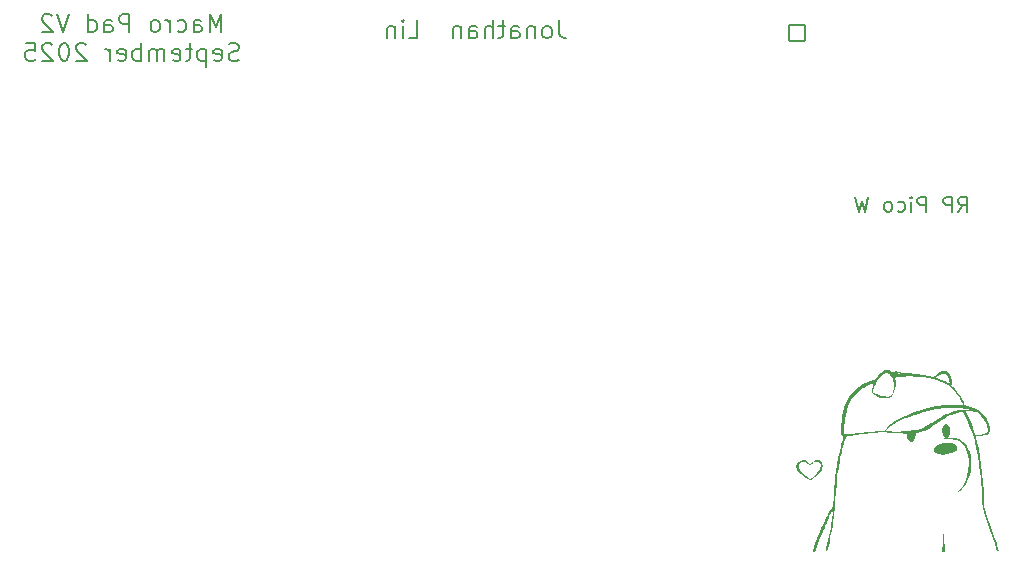
<source format=gbo>
G04 #@! TF.GenerationSoftware,KiCad,Pcbnew,9.0.4*
G04 #@! TF.CreationDate,2025-09-21T01:01:28-07:00*
G04 #@! TF.ProjectId,Macro_Pad,4d616372-6f5f-4506-9164-2e6b69636164,rev?*
G04 #@! TF.SameCoordinates,Original*
G04 #@! TF.FileFunction,Legend,Bot*
G04 #@! TF.FilePolarity,Positive*
%FSLAX46Y46*%
G04 Gerber Fmt 4.6, Leading zero omitted, Abs format (unit mm)*
G04 Created by KiCad (PCBNEW 9.0.4) date 2025-09-21 01:01:28*
%MOMM*%
%LPD*%
G01*
G04 APERTURE LIST*
G04 Aperture macros list*
%AMRoundRect*
0 Rectangle with rounded corners*
0 $1 Rounding radius*
0 $2 $3 $4 $5 $6 $7 $8 $9 X,Y pos of 4 corners*
0 Add a 4 corners polygon primitive as box body*
4,1,4,$2,$3,$4,$5,$6,$7,$8,$9,$2,$3,0*
0 Add four circle primitives for the rounded corners*
1,1,$1+$1,$2,$3*
1,1,$1+$1,$4,$5*
1,1,$1+$1,$6,$7*
1,1,$1+$1,$8,$9*
0 Add four rect primitives between the rounded corners*
20,1,$1+$1,$2,$3,$4,$5,0*
20,1,$1+$1,$4,$5,$6,$7,0*
20,1,$1+$1,$6,$7,$8,$9,0*
20,1,$1+$1,$8,$9,$2,$3,0*%
G04 Aperture macros list end*
%ADD10C,0.156250*%
%ADD11C,0.150000*%
%ADD12C,0.000000*%
%ADD13C,2.200000*%
%ADD14RoundRect,0.102000X-0.695000X0.695000X-0.695000X-0.695000X0.695000X-0.695000X0.695000X0.695000X0*%
%ADD15C,1.594000*%
%ADD16C,1.600000*%
%ADD17RoundRect,0.102000X0.695000X-0.695000X0.695000X0.695000X-0.695000X0.695000X-0.695000X-0.695000X0*%
%ADD18C,1.700000*%
%ADD19C,4.000000*%
%ADD20R,1.800000X1.800000*%
%ADD21C,1.800000*%
G04 APERTURE END LIST*
D10*
X198678571Y-105088898D02*
X199095237Y-104493660D01*
X199392856Y-105088898D02*
X199392856Y-103838898D01*
X199392856Y-103838898D02*
X198916666Y-103838898D01*
X198916666Y-103838898D02*
X198797618Y-103898422D01*
X198797618Y-103898422D02*
X198738095Y-103957946D01*
X198738095Y-103957946D02*
X198678571Y-104076994D01*
X198678571Y-104076994D02*
X198678571Y-104255565D01*
X198678571Y-104255565D02*
X198738095Y-104374613D01*
X198738095Y-104374613D02*
X198797618Y-104434136D01*
X198797618Y-104434136D02*
X198916666Y-104493660D01*
X198916666Y-104493660D02*
X199392856Y-104493660D01*
X198142856Y-105088898D02*
X198142856Y-103838898D01*
X198142856Y-103838898D02*
X197666666Y-103838898D01*
X197666666Y-103838898D02*
X197547618Y-103898422D01*
X197547618Y-103898422D02*
X197488095Y-103957946D01*
X197488095Y-103957946D02*
X197428571Y-104076994D01*
X197428571Y-104076994D02*
X197428571Y-104255565D01*
X197428571Y-104255565D02*
X197488095Y-104374613D01*
X197488095Y-104374613D02*
X197547618Y-104434136D01*
X197547618Y-104434136D02*
X197666666Y-104493660D01*
X197666666Y-104493660D02*
X198142856Y-104493660D01*
X195940475Y-105088898D02*
X195940475Y-103838898D01*
X195940475Y-103838898D02*
X195464285Y-103838898D01*
X195464285Y-103838898D02*
X195345237Y-103898422D01*
X195345237Y-103898422D02*
X195285714Y-103957946D01*
X195285714Y-103957946D02*
X195226190Y-104076994D01*
X195226190Y-104076994D02*
X195226190Y-104255565D01*
X195226190Y-104255565D02*
X195285714Y-104374613D01*
X195285714Y-104374613D02*
X195345237Y-104434136D01*
X195345237Y-104434136D02*
X195464285Y-104493660D01*
X195464285Y-104493660D02*
X195940475Y-104493660D01*
X194690475Y-105088898D02*
X194690475Y-104255565D01*
X194690475Y-103838898D02*
X194749999Y-103898422D01*
X194749999Y-103898422D02*
X194690475Y-103957946D01*
X194690475Y-103957946D02*
X194630952Y-103898422D01*
X194630952Y-103898422D02*
X194690475Y-103838898D01*
X194690475Y-103838898D02*
X194690475Y-103957946D01*
X193559523Y-105029375D02*
X193678571Y-105088898D01*
X193678571Y-105088898D02*
X193916666Y-105088898D01*
X193916666Y-105088898D02*
X194035714Y-105029375D01*
X194035714Y-105029375D02*
X194095237Y-104969851D01*
X194095237Y-104969851D02*
X194154761Y-104850803D01*
X194154761Y-104850803D02*
X194154761Y-104493660D01*
X194154761Y-104493660D02*
X194095237Y-104374613D01*
X194095237Y-104374613D02*
X194035714Y-104315089D01*
X194035714Y-104315089D02*
X193916666Y-104255565D01*
X193916666Y-104255565D02*
X193678571Y-104255565D01*
X193678571Y-104255565D02*
X193559523Y-104315089D01*
X192845237Y-105088898D02*
X192964285Y-105029375D01*
X192964285Y-105029375D02*
X193023808Y-104969851D01*
X193023808Y-104969851D02*
X193083332Y-104850803D01*
X193083332Y-104850803D02*
X193083332Y-104493660D01*
X193083332Y-104493660D02*
X193023808Y-104374613D01*
X193023808Y-104374613D02*
X192964285Y-104315089D01*
X192964285Y-104315089D02*
X192845237Y-104255565D01*
X192845237Y-104255565D02*
X192666666Y-104255565D01*
X192666666Y-104255565D02*
X192547618Y-104315089D01*
X192547618Y-104315089D02*
X192488094Y-104374613D01*
X192488094Y-104374613D02*
X192428570Y-104493660D01*
X192428570Y-104493660D02*
X192428570Y-104850803D01*
X192428570Y-104850803D02*
X192488094Y-104969851D01*
X192488094Y-104969851D02*
X192547618Y-105029375D01*
X192547618Y-105029375D02*
X192666666Y-105088898D01*
X192666666Y-105088898D02*
X192845237Y-105088898D01*
X191059523Y-103838898D02*
X190761904Y-105088898D01*
X190761904Y-105088898D02*
X190523809Y-104196041D01*
X190523809Y-104196041D02*
X190285714Y-105088898D01*
X190285714Y-105088898D02*
X189988095Y-103838898D01*
D11*
X164906428Y-88908628D02*
X164906428Y-89980057D01*
X164906428Y-89980057D02*
X164977857Y-90194342D01*
X164977857Y-90194342D02*
X165120714Y-90337200D01*
X165120714Y-90337200D02*
X165335000Y-90408628D01*
X165335000Y-90408628D02*
X165477857Y-90408628D01*
X163977857Y-90408628D02*
X164120714Y-90337200D01*
X164120714Y-90337200D02*
X164192143Y-90265771D01*
X164192143Y-90265771D02*
X164263571Y-90122914D01*
X164263571Y-90122914D02*
X164263571Y-89694342D01*
X164263571Y-89694342D02*
X164192143Y-89551485D01*
X164192143Y-89551485D02*
X164120714Y-89480057D01*
X164120714Y-89480057D02*
X163977857Y-89408628D01*
X163977857Y-89408628D02*
X163763571Y-89408628D01*
X163763571Y-89408628D02*
X163620714Y-89480057D01*
X163620714Y-89480057D02*
X163549286Y-89551485D01*
X163549286Y-89551485D02*
X163477857Y-89694342D01*
X163477857Y-89694342D02*
X163477857Y-90122914D01*
X163477857Y-90122914D02*
X163549286Y-90265771D01*
X163549286Y-90265771D02*
X163620714Y-90337200D01*
X163620714Y-90337200D02*
X163763571Y-90408628D01*
X163763571Y-90408628D02*
X163977857Y-90408628D01*
X162835000Y-89408628D02*
X162835000Y-90408628D01*
X162835000Y-89551485D02*
X162763571Y-89480057D01*
X162763571Y-89480057D02*
X162620714Y-89408628D01*
X162620714Y-89408628D02*
X162406428Y-89408628D01*
X162406428Y-89408628D02*
X162263571Y-89480057D01*
X162263571Y-89480057D02*
X162192143Y-89622914D01*
X162192143Y-89622914D02*
X162192143Y-90408628D01*
X160835000Y-90408628D02*
X160835000Y-89622914D01*
X160835000Y-89622914D02*
X160906428Y-89480057D01*
X160906428Y-89480057D02*
X161049285Y-89408628D01*
X161049285Y-89408628D02*
X161335000Y-89408628D01*
X161335000Y-89408628D02*
X161477857Y-89480057D01*
X160835000Y-90337200D02*
X160977857Y-90408628D01*
X160977857Y-90408628D02*
X161335000Y-90408628D01*
X161335000Y-90408628D02*
X161477857Y-90337200D01*
X161477857Y-90337200D02*
X161549285Y-90194342D01*
X161549285Y-90194342D02*
X161549285Y-90051485D01*
X161549285Y-90051485D02*
X161477857Y-89908628D01*
X161477857Y-89908628D02*
X161335000Y-89837200D01*
X161335000Y-89837200D02*
X160977857Y-89837200D01*
X160977857Y-89837200D02*
X160835000Y-89765771D01*
X160334999Y-89408628D02*
X159763571Y-89408628D01*
X160120714Y-88908628D02*
X160120714Y-90194342D01*
X160120714Y-90194342D02*
X160049285Y-90337200D01*
X160049285Y-90337200D02*
X159906428Y-90408628D01*
X159906428Y-90408628D02*
X159763571Y-90408628D01*
X159263571Y-90408628D02*
X159263571Y-88908628D01*
X158620714Y-90408628D02*
X158620714Y-89622914D01*
X158620714Y-89622914D02*
X158692142Y-89480057D01*
X158692142Y-89480057D02*
X158834999Y-89408628D01*
X158834999Y-89408628D02*
X159049285Y-89408628D01*
X159049285Y-89408628D02*
X159192142Y-89480057D01*
X159192142Y-89480057D02*
X159263571Y-89551485D01*
X157263571Y-90408628D02*
X157263571Y-89622914D01*
X157263571Y-89622914D02*
X157334999Y-89480057D01*
X157334999Y-89480057D02*
X157477856Y-89408628D01*
X157477856Y-89408628D02*
X157763571Y-89408628D01*
X157763571Y-89408628D02*
X157906428Y-89480057D01*
X157263571Y-90337200D02*
X157406428Y-90408628D01*
X157406428Y-90408628D02*
X157763571Y-90408628D01*
X157763571Y-90408628D02*
X157906428Y-90337200D01*
X157906428Y-90337200D02*
X157977856Y-90194342D01*
X157977856Y-90194342D02*
X157977856Y-90051485D01*
X157977856Y-90051485D02*
X157906428Y-89908628D01*
X157906428Y-89908628D02*
X157763571Y-89837200D01*
X157763571Y-89837200D02*
X157406428Y-89837200D01*
X157406428Y-89837200D02*
X157263571Y-89765771D01*
X156549285Y-89408628D02*
X156549285Y-90408628D01*
X156549285Y-89551485D02*
X156477856Y-89480057D01*
X156477856Y-89480057D02*
X156334999Y-89408628D01*
X156334999Y-89408628D02*
X156120713Y-89408628D01*
X156120713Y-89408628D02*
X155977856Y-89480057D01*
X155977856Y-89480057D02*
X155906428Y-89622914D01*
X155906428Y-89622914D02*
X155906428Y-90408628D01*
X152192142Y-90408628D02*
X152906428Y-90408628D01*
X152906428Y-90408628D02*
X152906428Y-88908628D01*
X151692142Y-90408628D02*
X151692142Y-89408628D01*
X151692142Y-88908628D02*
X151763570Y-88980057D01*
X151763570Y-88980057D02*
X151692142Y-89051485D01*
X151692142Y-89051485D02*
X151620713Y-88980057D01*
X151620713Y-88980057D02*
X151692142Y-88908628D01*
X151692142Y-88908628D02*
X151692142Y-89051485D01*
X150977856Y-89408628D02*
X150977856Y-90408628D01*
X150977856Y-89551485D02*
X150906427Y-89480057D01*
X150906427Y-89480057D02*
X150763570Y-89408628D01*
X150763570Y-89408628D02*
X150549284Y-89408628D01*
X150549284Y-89408628D02*
X150406427Y-89480057D01*
X150406427Y-89480057D02*
X150334999Y-89622914D01*
X150334999Y-89622914D02*
X150334999Y-90408628D01*
X136306428Y-89893712D02*
X136306428Y-88393712D01*
X136306428Y-88393712D02*
X135806428Y-89465141D01*
X135806428Y-89465141D02*
X135306428Y-88393712D01*
X135306428Y-88393712D02*
X135306428Y-89893712D01*
X133949285Y-89893712D02*
X133949285Y-89107998D01*
X133949285Y-89107998D02*
X134020713Y-88965141D01*
X134020713Y-88965141D02*
X134163570Y-88893712D01*
X134163570Y-88893712D02*
X134449285Y-88893712D01*
X134449285Y-88893712D02*
X134592142Y-88965141D01*
X133949285Y-89822284D02*
X134092142Y-89893712D01*
X134092142Y-89893712D02*
X134449285Y-89893712D01*
X134449285Y-89893712D02*
X134592142Y-89822284D01*
X134592142Y-89822284D02*
X134663570Y-89679426D01*
X134663570Y-89679426D02*
X134663570Y-89536569D01*
X134663570Y-89536569D02*
X134592142Y-89393712D01*
X134592142Y-89393712D02*
X134449285Y-89322284D01*
X134449285Y-89322284D02*
X134092142Y-89322284D01*
X134092142Y-89322284D02*
X133949285Y-89250855D01*
X132592142Y-89822284D02*
X132734999Y-89893712D01*
X132734999Y-89893712D02*
X133020713Y-89893712D01*
X133020713Y-89893712D02*
X133163570Y-89822284D01*
X133163570Y-89822284D02*
X133234999Y-89750855D01*
X133234999Y-89750855D02*
X133306427Y-89607998D01*
X133306427Y-89607998D02*
X133306427Y-89179426D01*
X133306427Y-89179426D02*
X133234999Y-89036569D01*
X133234999Y-89036569D02*
X133163570Y-88965141D01*
X133163570Y-88965141D02*
X133020713Y-88893712D01*
X133020713Y-88893712D02*
X132734999Y-88893712D01*
X132734999Y-88893712D02*
X132592142Y-88965141D01*
X131949285Y-89893712D02*
X131949285Y-88893712D01*
X131949285Y-89179426D02*
X131877856Y-89036569D01*
X131877856Y-89036569D02*
X131806428Y-88965141D01*
X131806428Y-88965141D02*
X131663570Y-88893712D01*
X131663570Y-88893712D02*
X131520713Y-88893712D01*
X130806428Y-89893712D02*
X130949285Y-89822284D01*
X130949285Y-89822284D02*
X131020714Y-89750855D01*
X131020714Y-89750855D02*
X131092142Y-89607998D01*
X131092142Y-89607998D02*
X131092142Y-89179426D01*
X131092142Y-89179426D02*
X131020714Y-89036569D01*
X131020714Y-89036569D02*
X130949285Y-88965141D01*
X130949285Y-88965141D02*
X130806428Y-88893712D01*
X130806428Y-88893712D02*
X130592142Y-88893712D01*
X130592142Y-88893712D02*
X130449285Y-88965141D01*
X130449285Y-88965141D02*
X130377857Y-89036569D01*
X130377857Y-89036569D02*
X130306428Y-89179426D01*
X130306428Y-89179426D02*
X130306428Y-89607998D01*
X130306428Y-89607998D02*
X130377857Y-89750855D01*
X130377857Y-89750855D02*
X130449285Y-89822284D01*
X130449285Y-89822284D02*
X130592142Y-89893712D01*
X130592142Y-89893712D02*
X130806428Y-89893712D01*
X128520714Y-89893712D02*
X128520714Y-88393712D01*
X128520714Y-88393712D02*
X127949285Y-88393712D01*
X127949285Y-88393712D02*
X127806428Y-88465141D01*
X127806428Y-88465141D02*
X127734999Y-88536569D01*
X127734999Y-88536569D02*
X127663571Y-88679426D01*
X127663571Y-88679426D02*
X127663571Y-88893712D01*
X127663571Y-88893712D02*
X127734999Y-89036569D01*
X127734999Y-89036569D02*
X127806428Y-89107998D01*
X127806428Y-89107998D02*
X127949285Y-89179426D01*
X127949285Y-89179426D02*
X128520714Y-89179426D01*
X126377857Y-89893712D02*
X126377857Y-89107998D01*
X126377857Y-89107998D02*
X126449285Y-88965141D01*
X126449285Y-88965141D02*
X126592142Y-88893712D01*
X126592142Y-88893712D02*
X126877857Y-88893712D01*
X126877857Y-88893712D02*
X127020714Y-88965141D01*
X126377857Y-89822284D02*
X126520714Y-89893712D01*
X126520714Y-89893712D02*
X126877857Y-89893712D01*
X126877857Y-89893712D02*
X127020714Y-89822284D01*
X127020714Y-89822284D02*
X127092142Y-89679426D01*
X127092142Y-89679426D02*
X127092142Y-89536569D01*
X127092142Y-89536569D02*
X127020714Y-89393712D01*
X127020714Y-89393712D02*
X126877857Y-89322284D01*
X126877857Y-89322284D02*
X126520714Y-89322284D01*
X126520714Y-89322284D02*
X126377857Y-89250855D01*
X125020714Y-89893712D02*
X125020714Y-88393712D01*
X125020714Y-89822284D02*
X125163571Y-89893712D01*
X125163571Y-89893712D02*
X125449285Y-89893712D01*
X125449285Y-89893712D02*
X125592142Y-89822284D01*
X125592142Y-89822284D02*
X125663571Y-89750855D01*
X125663571Y-89750855D02*
X125734999Y-89607998D01*
X125734999Y-89607998D02*
X125734999Y-89179426D01*
X125734999Y-89179426D02*
X125663571Y-89036569D01*
X125663571Y-89036569D02*
X125592142Y-88965141D01*
X125592142Y-88965141D02*
X125449285Y-88893712D01*
X125449285Y-88893712D02*
X125163571Y-88893712D01*
X125163571Y-88893712D02*
X125020714Y-88965141D01*
X123377856Y-88393712D02*
X122877856Y-89893712D01*
X122877856Y-89893712D02*
X122377856Y-88393712D01*
X121949285Y-88536569D02*
X121877857Y-88465141D01*
X121877857Y-88465141D02*
X121735000Y-88393712D01*
X121735000Y-88393712D02*
X121377857Y-88393712D01*
X121377857Y-88393712D02*
X121235000Y-88465141D01*
X121235000Y-88465141D02*
X121163571Y-88536569D01*
X121163571Y-88536569D02*
X121092142Y-88679426D01*
X121092142Y-88679426D02*
X121092142Y-88822284D01*
X121092142Y-88822284D02*
X121163571Y-89036569D01*
X121163571Y-89036569D02*
X122020714Y-89893712D01*
X122020714Y-89893712D02*
X121092142Y-89893712D01*
X137770712Y-92237200D02*
X137556427Y-92308628D01*
X137556427Y-92308628D02*
X137199284Y-92308628D01*
X137199284Y-92308628D02*
X137056427Y-92237200D01*
X137056427Y-92237200D02*
X136984998Y-92165771D01*
X136984998Y-92165771D02*
X136913569Y-92022914D01*
X136913569Y-92022914D02*
X136913569Y-91880057D01*
X136913569Y-91880057D02*
X136984998Y-91737200D01*
X136984998Y-91737200D02*
X137056427Y-91665771D01*
X137056427Y-91665771D02*
X137199284Y-91594342D01*
X137199284Y-91594342D02*
X137484998Y-91522914D01*
X137484998Y-91522914D02*
X137627855Y-91451485D01*
X137627855Y-91451485D02*
X137699284Y-91380057D01*
X137699284Y-91380057D02*
X137770712Y-91237200D01*
X137770712Y-91237200D02*
X137770712Y-91094342D01*
X137770712Y-91094342D02*
X137699284Y-90951485D01*
X137699284Y-90951485D02*
X137627855Y-90880057D01*
X137627855Y-90880057D02*
X137484998Y-90808628D01*
X137484998Y-90808628D02*
X137127855Y-90808628D01*
X137127855Y-90808628D02*
X136913569Y-90880057D01*
X135699284Y-92237200D02*
X135842141Y-92308628D01*
X135842141Y-92308628D02*
X136127856Y-92308628D01*
X136127856Y-92308628D02*
X136270713Y-92237200D01*
X136270713Y-92237200D02*
X136342141Y-92094342D01*
X136342141Y-92094342D02*
X136342141Y-91522914D01*
X136342141Y-91522914D02*
X136270713Y-91380057D01*
X136270713Y-91380057D02*
X136127856Y-91308628D01*
X136127856Y-91308628D02*
X135842141Y-91308628D01*
X135842141Y-91308628D02*
X135699284Y-91380057D01*
X135699284Y-91380057D02*
X135627856Y-91522914D01*
X135627856Y-91522914D02*
X135627856Y-91665771D01*
X135627856Y-91665771D02*
X136342141Y-91808628D01*
X134984999Y-91308628D02*
X134984999Y-92808628D01*
X134984999Y-91380057D02*
X134842142Y-91308628D01*
X134842142Y-91308628D02*
X134556427Y-91308628D01*
X134556427Y-91308628D02*
X134413570Y-91380057D01*
X134413570Y-91380057D02*
X134342142Y-91451485D01*
X134342142Y-91451485D02*
X134270713Y-91594342D01*
X134270713Y-91594342D02*
X134270713Y-92022914D01*
X134270713Y-92022914D02*
X134342142Y-92165771D01*
X134342142Y-92165771D02*
X134413570Y-92237200D01*
X134413570Y-92237200D02*
X134556427Y-92308628D01*
X134556427Y-92308628D02*
X134842142Y-92308628D01*
X134842142Y-92308628D02*
X134984999Y-92237200D01*
X133842141Y-91308628D02*
X133270713Y-91308628D01*
X133627856Y-90808628D02*
X133627856Y-92094342D01*
X133627856Y-92094342D02*
X133556427Y-92237200D01*
X133556427Y-92237200D02*
X133413570Y-92308628D01*
X133413570Y-92308628D02*
X133270713Y-92308628D01*
X132199284Y-92237200D02*
X132342141Y-92308628D01*
X132342141Y-92308628D02*
X132627856Y-92308628D01*
X132627856Y-92308628D02*
X132770713Y-92237200D01*
X132770713Y-92237200D02*
X132842141Y-92094342D01*
X132842141Y-92094342D02*
X132842141Y-91522914D01*
X132842141Y-91522914D02*
X132770713Y-91380057D01*
X132770713Y-91380057D02*
X132627856Y-91308628D01*
X132627856Y-91308628D02*
X132342141Y-91308628D01*
X132342141Y-91308628D02*
X132199284Y-91380057D01*
X132199284Y-91380057D02*
X132127856Y-91522914D01*
X132127856Y-91522914D02*
X132127856Y-91665771D01*
X132127856Y-91665771D02*
X132842141Y-91808628D01*
X131484999Y-92308628D02*
X131484999Y-91308628D01*
X131484999Y-91451485D02*
X131413570Y-91380057D01*
X131413570Y-91380057D02*
X131270713Y-91308628D01*
X131270713Y-91308628D02*
X131056427Y-91308628D01*
X131056427Y-91308628D02*
X130913570Y-91380057D01*
X130913570Y-91380057D02*
X130842142Y-91522914D01*
X130842142Y-91522914D02*
X130842142Y-92308628D01*
X130842142Y-91522914D02*
X130770713Y-91380057D01*
X130770713Y-91380057D02*
X130627856Y-91308628D01*
X130627856Y-91308628D02*
X130413570Y-91308628D01*
X130413570Y-91308628D02*
X130270713Y-91380057D01*
X130270713Y-91380057D02*
X130199284Y-91522914D01*
X130199284Y-91522914D02*
X130199284Y-92308628D01*
X129484999Y-92308628D02*
X129484999Y-90808628D01*
X129484999Y-91380057D02*
X129342142Y-91308628D01*
X129342142Y-91308628D02*
X129056427Y-91308628D01*
X129056427Y-91308628D02*
X128913570Y-91380057D01*
X128913570Y-91380057D02*
X128842142Y-91451485D01*
X128842142Y-91451485D02*
X128770713Y-91594342D01*
X128770713Y-91594342D02*
X128770713Y-92022914D01*
X128770713Y-92022914D02*
X128842142Y-92165771D01*
X128842142Y-92165771D02*
X128913570Y-92237200D01*
X128913570Y-92237200D02*
X129056427Y-92308628D01*
X129056427Y-92308628D02*
X129342142Y-92308628D01*
X129342142Y-92308628D02*
X129484999Y-92237200D01*
X127556427Y-92237200D02*
X127699284Y-92308628D01*
X127699284Y-92308628D02*
X127984999Y-92308628D01*
X127984999Y-92308628D02*
X128127856Y-92237200D01*
X128127856Y-92237200D02*
X128199284Y-92094342D01*
X128199284Y-92094342D02*
X128199284Y-91522914D01*
X128199284Y-91522914D02*
X128127856Y-91380057D01*
X128127856Y-91380057D02*
X127984999Y-91308628D01*
X127984999Y-91308628D02*
X127699284Y-91308628D01*
X127699284Y-91308628D02*
X127556427Y-91380057D01*
X127556427Y-91380057D02*
X127484999Y-91522914D01*
X127484999Y-91522914D02*
X127484999Y-91665771D01*
X127484999Y-91665771D02*
X128199284Y-91808628D01*
X126842142Y-92308628D02*
X126842142Y-91308628D01*
X126842142Y-91594342D02*
X126770713Y-91451485D01*
X126770713Y-91451485D02*
X126699285Y-91380057D01*
X126699285Y-91380057D02*
X126556427Y-91308628D01*
X126556427Y-91308628D02*
X126413570Y-91308628D01*
X124842142Y-90951485D02*
X124770714Y-90880057D01*
X124770714Y-90880057D02*
X124627857Y-90808628D01*
X124627857Y-90808628D02*
X124270714Y-90808628D01*
X124270714Y-90808628D02*
X124127857Y-90880057D01*
X124127857Y-90880057D02*
X124056428Y-90951485D01*
X124056428Y-90951485D02*
X123984999Y-91094342D01*
X123984999Y-91094342D02*
X123984999Y-91237200D01*
X123984999Y-91237200D02*
X124056428Y-91451485D01*
X124056428Y-91451485D02*
X124913571Y-92308628D01*
X124913571Y-92308628D02*
X123984999Y-92308628D01*
X123056428Y-90808628D02*
X122913571Y-90808628D01*
X122913571Y-90808628D02*
X122770714Y-90880057D01*
X122770714Y-90880057D02*
X122699286Y-90951485D01*
X122699286Y-90951485D02*
X122627857Y-91094342D01*
X122627857Y-91094342D02*
X122556428Y-91380057D01*
X122556428Y-91380057D02*
X122556428Y-91737200D01*
X122556428Y-91737200D02*
X122627857Y-92022914D01*
X122627857Y-92022914D02*
X122699286Y-92165771D01*
X122699286Y-92165771D02*
X122770714Y-92237200D01*
X122770714Y-92237200D02*
X122913571Y-92308628D01*
X122913571Y-92308628D02*
X123056428Y-92308628D01*
X123056428Y-92308628D02*
X123199286Y-92237200D01*
X123199286Y-92237200D02*
X123270714Y-92165771D01*
X123270714Y-92165771D02*
X123342143Y-92022914D01*
X123342143Y-92022914D02*
X123413571Y-91737200D01*
X123413571Y-91737200D02*
X123413571Y-91380057D01*
X123413571Y-91380057D02*
X123342143Y-91094342D01*
X123342143Y-91094342D02*
X123270714Y-90951485D01*
X123270714Y-90951485D02*
X123199286Y-90880057D01*
X123199286Y-90880057D02*
X123056428Y-90808628D01*
X121985000Y-90951485D02*
X121913572Y-90880057D01*
X121913572Y-90880057D02*
X121770715Y-90808628D01*
X121770715Y-90808628D02*
X121413572Y-90808628D01*
X121413572Y-90808628D02*
X121270715Y-90880057D01*
X121270715Y-90880057D02*
X121199286Y-90951485D01*
X121199286Y-90951485D02*
X121127857Y-91094342D01*
X121127857Y-91094342D02*
X121127857Y-91237200D01*
X121127857Y-91237200D02*
X121199286Y-91451485D01*
X121199286Y-91451485D02*
X122056429Y-92308628D01*
X122056429Y-92308628D02*
X121127857Y-92308628D01*
X119770715Y-90808628D02*
X120485001Y-90808628D01*
X120485001Y-90808628D02*
X120556429Y-91522914D01*
X120556429Y-91522914D02*
X120485001Y-91451485D01*
X120485001Y-91451485D02*
X120342144Y-91380057D01*
X120342144Y-91380057D02*
X119985001Y-91380057D01*
X119985001Y-91380057D02*
X119842144Y-91451485D01*
X119842144Y-91451485D02*
X119770715Y-91522914D01*
X119770715Y-91522914D02*
X119699286Y-91665771D01*
X119699286Y-91665771D02*
X119699286Y-92022914D01*
X119699286Y-92022914D02*
X119770715Y-92165771D01*
X119770715Y-92165771D02*
X119842144Y-92237200D01*
X119842144Y-92237200D02*
X119985001Y-92308628D01*
X119985001Y-92308628D02*
X120342144Y-92308628D01*
X120342144Y-92308628D02*
X120485001Y-92237200D01*
X120485001Y-92237200D02*
X120556429Y-92165771D01*
D12*
G36*
X197443099Y-132341610D02*
G01*
X197448793Y-132366316D01*
X197459381Y-132440350D01*
X197472057Y-132553983D01*
X197486281Y-132701496D01*
X197501511Y-132877167D01*
X197517207Y-133075277D01*
X197532827Y-133290106D01*
X197536401Y-133340659D01*
X197546665Y-133478297D01*
X197556673Y-133602800D01*
X197565434Y-133702155D01*
X197571957Y-133764355D01*
X197585367Y-133869059D01*
X197469430Y-133869059D01*
X197353493Y-133869059D01*
X197366913Y-133148448D01*
X197372276Y-132914446D01*
X197379815Y-132698868D01*
X197389014Y-132531829D01*
X197399906Y-132412958D01*
X197412528Y-132341879D01*
X197426913Y-132318221D01*
X197443099Y-132341610D01*
G37*
G36*
X197862589Y-124688515D02*
G01*
X198024753Y-124700141D01*
X198179120Y-124720126D01*
X198311914Y-124746937D01*
X198409356Y-124779045D01*
X198453260Y-124802893D01*
X198538936Y-124884023D01*
X198585779Y-124988458D01*
X198591308Y-125108313D01*
X198553042Y-125235703D01*
X198545929Y-125249486D01*
X198472212Y-125338835D01*
X198355577Y-125424107D01*
X198201533Y-125502427D01*
X198015590Y-125570924D01*
X197803258Y-125626724D01*
X197665165Y-125649489D01*
X197479175Y-125663194D01*
X197291514Y-125661212D01*
X197118406Y-125643844D01*
X196976076Y-125611390D01*
X196850213Y-125560067D01*
X196736487Y-125482467D01*
X196668657Y-125388735D01*
X196646169Y-125278314D01*
X196657595Y-125180455D01*
X196712725Y-125054143D01*
X196812062Y-124944449D01*
X196953998Y-124852346D01*
X197136922Y-124778802D01*
X197359227Y-124724790D01*
X197619302Y-124691279D01*
X197706406Y-124686776D01*
X197862589Y-124688515D01*
G37*
G36*
X187211862Y-126625973D02*
G01*
X187188535Y-126788849D01*
X187125430Y-126959052D01*
X187076926Y-127041169D01*
X186982697Y-127164030D01*
X186861427Y-127296655D01*
X186721791Y-127430325D01*
X186572462Y-127556323D01*
X186422115Y-127665931D01*
X186361074Y-127705444D01*
X186274834Y-127757296D01*
X186207211Y-127793154D01*
X186169114Y-127806939D01*
X186161450Y-127805776D01*
X186113493Y-127786784D01*
X186035407Y-127748088D01*
X185936116Y-127694273D01*
X185824544Y-127629922D01*
X185784997Y-127606025D01*
X185591046Y-127476088D01*
X185414119Y-127336803D01*
X185261496Y-127194824D01*
X185140458Y-127056807D01*
X185058285Y-126929407D01*
X185035511Y-126880625D01*
X184985038Y-126717062D01*
X184977407Y-126571735D01*
X185167176Y-126571735D01*
X185180512Y-126699499D01*
X185233107Y-126839873D01*
X185323670Y-126990371D01*
X185450912Y-127148507D01*
X185613543Y-127311797D01*
X185810273Y-127477755D01*
X186039813Y-127643896D01*
X186071683Y-127664433D01*
X186130184Y-127697103D01*
X186165809Y-127709990D01*
X186177710Y-127705846D01*
X186224214Y-127677782D01*
X186293547Y-127629047D01*
X186375657Y-127566516D01*
X186513485Y-127451004D01*
X186694822Y-127272545D01*
X186840755Y-127093432D01*
X186948474Y-126917796D01*
X187015166Y-126749765D01*
X187038022Y-126593471D01*
X187037737Y-126563299D01*
X187030460Y-126485695D01*
X187007679Y-126428181D01*
X186961863Y-126368514D01*
X186861726Y-126288034D01*
X186739950Y-126247095D01*
X186606943Y-126248980D01*
X186471388Y-126294990D01*
X186425797Y-126326253D01*
X186359360Y-126382577D01*
X186288739Y-126450391D01*
X186167682Y-126574289D01*
X186030058Y-126448500D01*
X186009217Y-126429670D01*
X185903814Y-126344582D01*
X185808907Y-126291422D01*
X185708960Y-126263329D01*
X185588437Y-126253440D01*
X185527568Y-126253907D01*
X185430442Y-126268340D01*
X185344871Y-126304888D01*
X185263437Y-126363973D01*
X185194388Y-126459064D01*
X185167176Y-126571735D01*
X184977407Y-126571735D01*
X184976934Y-126562726D01*
X185011829Y-126424453D01*
X185028512Y-126389570D01*
X185120179Y-126260676D01*
X185241142Y-126171003D01*
X185389896Y-126121402D01*
X185564934Y-126112720D01*
X185602005Y-126115859D01*
X185779061Y-126156007D01*
X185927689Y-126236217D01*
X186048593Y-126356845D01*
X186100516Y-126418852D01*
X186152078Y-126465373D01*
X186187330Y-126479108D01*
X186200389Y-126456204D01*
X186215498Y-126428391D01*
X186255600Y-126375853D01*
X186311939Y-126310162D01*
X186362881Y-126257836D01*
X186487685Y-126166309D01*
X186623174Y-126119336D01*
X186777221Y-126113591D01*
X186812604Y-126117638D01*
X186953546Y-126159816D01*
X187066252Y-126237343D01*
X187148412Y-126344615D01*
X187197718Y-126476026D01*
X187208796Y-126593471D01*
X187211862Y-126625973D01*
G37*
G36*
X197776714Y-123060323D02*
G01*
X197849450Y-123135395D01*
X197918132Y-123257874D01*
X197926150Y-123275377D01*
X197954696Y-123343615D01*
X197972998Y-123405796D01*
X197983296Y-123475748D01*
X197987832Y-123567299D01*
X197988846Y-123694277D01*
X197988756Y-123748106D01*
X197987026Y-123856966D01*
X197981479Y-123933607D01*
X197970032Y-123990291D01*
X197950599Y-124039283D01*
X197921097Y-124092844D01*
X197894449Y-124139318D01*
X197864855Y-124194776D01*
X197853347Y-124222185D01*
X197853750Y-124223135D01*
X197881793Y-124229858D01*
X197945278Y-124234713D01*
X198031960Y-124236702D01*
X198096060Y-124237566D01*
X198257216Y-124245190D01*
X198415498Y-124259471D01*
X198559309Y-124278953D01*
X198677050Y-124302182D01*
X198757124Y-124327701D01*
X198805549Y-124351259D01*
X198965074Y-124446718D01*
X199116475Y-124561610D01*
X199239686Y-124681234D01*
X199241360Y-124683150D01*
X199407313Y-124905416D01*
X199551159Y-125162288D01*
X199668119Y-125442342D01*
X199753413Y-125734152D01*
X199802263Y-126026291D01*
X199806220Y-126070146D01*
X199812219Y-126371245D01*
X199785849Y-126694565D01*
X199729322Y-127029253D01*
X199644856Y-127364452D01*
X199534665Y-127689309D01*
X199400963Y-127992968D01*
X199331497Y-128125881D01*
X199228321Y-128297149D01*
X199115899Y-128448655D01*
X198982988Y-128595021D01*
X198818348Y-128750873D01*
X198774268Y-128787604D01*
X198715717Y-128827684D01*
X198677137Y-128843259D01*
X198662659Y-128842306D01*
X198653126Y-128835418D01*
X198657987Y-128817336D01*
X198680814Y-128782850D01*
X198725182Y-128726751D01*
X198794666Y-128643831D01*
X198892840Y-128528879D01*
X198893186Y-128528475D01*
X198983872Y-128417153D01*
X199070789Y-128300855D01*
X199144086Y-128193338D01*
X199193914Y-128108361D01*
X199246331Y-127994892D01*
X199320433Y-127806368D01*
X199391739Y-127595176D01*
X199455206Y-127376558D01*
X199505790Y-127165756D01*
X199511687Y-127136243D01*
X199536022Y-126977494D01*
X199555089Y-126791809D01*
X199568405Y-126591776D01*
X199575486Y-126389982D01*
X199575847Y-126199015D01*
X199569004Y-126031463D01*
X199554474Y-125899914D01*
X199518660Y-125727084D01*
X199441792Y-125469622D01*
X199341498Y-125224634D01*
X199222247Y-125001240D01*
X199088509Y-124808562D01*
X198944755Y-124655722D01*
X198893125Y-124612108D01*
X198777015Y-124530191D01*
X198653756Y-124468865D01*
X198512905Y-124424462D01*
X198344022Y-124393311D01*
X198136664Y-124371744D01*
X198061861Y-124365294D01*
X197930524Y-124352480D01*
X197784795Y-124337006D01*
X197644674Y-124320936D01*
X197529102Y-124307384D01*
X197426361Y-124295943D01*
X197350321Y-124288141D01*
X197312084Y-124285170D01*
X197306056Y-124285071D01*
X197287049Y-124280148D01*
X197311349Y-124260911D01*
X197321442Y-124255890D01*
X197378505Y-124242294D01*
X197453007Y-124236652D01*
X197488785Y-124235564D01*
X197544030Y-124224259D01*
X197553139Y-124199449D01*
X197517407Y-124159585D01*
X197506376Y-124149196D01*
X197463566Y-124098037D01*
X197417827Y-124032239D01*
X197417451Y-124031641D01*
X197371451Y-123924791D01*
X197346694Y-123793120D01*
X197341656Y-123647048D01*
X197354817Y-123496995D01*
X197384654Y-123353381D01*
X197429647Y-123226627D01*
X197488273Y-123127153D01*
X197559011Y-123065380D01*
X197605182Y-123044952D01*
X197696449Y-123030796D01*
X197776714Y-123060323D01*
G37*
G36*
X195188433Y-118829653D02*
G01*
X195730262Y-118899844D01*
X196280952Y-119005763D01*
X196568595Y-119070071D01*
X196684329Y-118968199D01*
X196885887Y-118809990D01*
X197092728Y-118690102D01*
X197294035Y-118618399D01*
X197490485Y-118594568D01*
X197652877Y-118615803D01*
X197795092Y-118680253D01*
X197913829Y-118787096D01*
X198008403Y-118935509D01*
X198078128Y-119124666D01*
X198122316Y-119353745D01*
X198123382Y-119362464D01*
X198133232Y-119476191D01*
X198136643Y-119586954D01*
X198133676Y-119653578D01*
X198132859Y-119671921D01*
X198118600Y-119792311D01*
X198259527Y-119926369D01*
X198312257Y-119978794D01*
X198455219Y-120139596D01*
X198605549Y-120331548D01*
X198756151Y-120543890D01*
X198899928Y-120765859D01*
X199029784Y-120986695D01*
X199138622Y-121195635D01*
X199219347Y-121381919D01*
X199240796Y-121439082D01*
X199262241Y-121496235D01*
X199487813Y-121537300D01*
X199494743Y-121538565D01*
X199797423Y-121603471D01*
X200057976Y-121681200D01*
X200282556Y-121775347D01*
X200406300Y-121847881D01*
X200477320Y-121889510D01*
X200648424Y-122027283D01*
X200802025Y-122192263D01*
X200944278Y-122388045D01*
X201085289Y-122624232D01*
X201203345Y-122866273D01*
X201290701Y-123099265D01*
X201344691Y-123316059D01*
X201362647Y-123509505D01*
X201362603Y-123515920D01*
X201359994Y-123559203D01*
X201354126Y-123656548D01*
X201328111Y-123762935D01*
X201279602Y-123848019D01*
X201203645Y-123924739D01*
X201170766Y-123950077D01*
X201114460Y-123982202D01*
X201044251Y-124007309D01*
X200951306Y-124027651D01*
X200826794Y-124045483D01*
X200661882Y-124063062D01*
X200538824Y-124075023D01*
X200402150Y-124088787D01*
X200304107Y-124099909D01*
X200238589Y-124109587D01*
X200199487Y-124119023D01*
X200180696Y-124129418D01*
X200176110Y-124141972D01*
X200179620Y-124157886D01*
X200182671Y-124168767D01*
X200196934Y-124224132D01*
X200219260Y-124313644D01*
X200247256Y-124427663D01*
X200278529Y-124556547D01*
X200284624Y-124581891D01*
X200421943Y-125203914D01*
X200540668Y-125848025D01*
X200641289Y-126518329D01*
X200724293Y-127218931D01*
X200790171Y-127953936D01*
X200839410Y-128727449D01*
X200872501Y-129543575D01*
X200877961Y-129718837D01*
X200883356Y-129857206D01*
X200889850Y-129965491D01*
X200898692Y-130053346D01*
X200911132Y-130130424D01*
X200928420Y-130206378D01*
X200951805Y-130290861D01*
X200982538Y-130393527D01*
X201016507Y-130505149D01*
X201050285Y-130614572D01*
X201083770Y-130720836D01*
X201118655Y-130828894D01*
X201156628Y-130943702D01*
X201199381Y-131070214D01*
X201248604Y-131213385D01*
X201305988Y-131378170D01*
X201373223Y-131569524D01*
X201452000Y-131792401D01*
X201544009Y-132051755D01*
X201650941Y-132352542D01*
X201668173Y-132401056D01*
X201736428Y-132594471D01*
X201805701Y-132792578D01*
X201874061Y-132989691D01*
X201939574Y-133180126D01*
X202000311Y-133358198D01*
X202054336Y-133518221D01*
X202099720Y-133654511D01*
X202134529Y-133761383D01*
X202156832Y-133833151D01*
X202164695Y-133864131D01*
X202163404Y-133865352D01*
X202132791Y-133867445D01*
X202074213Y-133864387D01*
X202038165Y-133859832D01*
X201989628Y-133839258D01*
X201965269Y-133795150D01*
X201948416Y-133740473D01*
X201914191Y-133632786D01*
X201869553Y-133494581D01*
X201817562Y-133335140D01*
X201761280Y-133163748D01*
X201703768Y-132989690D01*
X201648086Y-132822249D01*
X201597294Y-132670709D01*
X201554455Y-132544356D01*
X201522627Y-132452473D01*
X201475980Y-132319591D01*
X201394626Y-132084087D01*
X201308854Y-131831788D01*
X201221259Y-131570605D01*
X201134438Y-131308446D01*
X201050987Y-131053221D01*
X200973504Y-130812840D01*
X200904584Y-130595210D01*
X200846824Y-130408242D01*
X200802820Y-130259844D01*
X200801278Y-130254449D01*
X200778023Y-130166617D01*
X200760543Y-130082391D01*
X200747633Y-129991194D01*
X200738089Y-129882452D01*
X200730708Y-129745589D01*
X200724286Y-129570029D01*
X200722275Y-129512207D01*
X200714724Y-129334859D01*
X200704340Y-129127710D01*
X200691690Y-128899541D01*
X200677341Y-128659132D01*
X200661862Y-128415262D01*
X200645819Y-128176712D01*
X200629780Y-127952261D01*
X200614313Y-127750690D01*
X200599984Y-127580780D01*
X200587362Y-127451309D01*
X200559277Y-127203182D01*
X200462095Y-126465424D01*
X200348929Y-125771393D01*
X200219175Y-125118706D01*
X200072226Y-124504986D01*
X199907478Y-123927851D01*
X199724324Y-123384921D01*
X199522160Y-122873816D01*
X199300380Y-122392157D01*
X199262047Y-122316018D01*
X199203377Y-122204251D01*
X199152752Y-122113510D01*
X199114588Y-122051598D01*
X199093301Y-122026316D01*
X199058388Y-122024517D01*
X198982905Y-122034336D01*
X198879637Y-122054614D01*
X198758868Y-122082921D01*
X198630880Y-122116822D01*
X198505955Y-122153885D01*
X198394376Y-122191677D01*
X198343571Y-122210599D01*
X198174975Y-122277197D01*
X198011753Y-122348556D01*
X197847489Y-122428192D01*
X197675766Y-122519627D01*
X197490165Y-122626379D01*
X197284271Y-122751966D01*
X197051665Y-122899908D01*
X196785931Y-123073725D01*
X196596421Y-123197784D01*
X196371279Y-123340841D01*
X196175216Y-123458996D01*
X196002413Y-123555074D01*
X195847052Y-123631902D01*
X195703314Y-123692304D01*
X195565381Y-123739105D01*
X195427434Y-123775132D01*
X195283654Y-123803209D01*
X195106433Y-123833070D01*
X195076800Y-123996572D01*
X195047456Y-124126019D01*
X194990607Y-124286382D01*
X194920094Y-124412928D01*
X194839615Y-124503668D01*
X194752872Y-124556616D01*
X194663566Y-124569785D01*
X194575396Y-124541187D01*
X194492065Y-124468836D01*
X194417271Y-124350743D01*
X194388730Y-124286286D01*
X194357866Y-124176063D01*
X194346689Y-124046864D01*
X194342678Y-123879049D01*
X193739089Y-123863802D01*
X193729961Y-123863569D01*
X193450264Y-123853545D01*
X193190242Y-123838738D01*
X192955808Y-123819707D01*
X192752871Y-123797015D01*
X192587345Y-123771222D01*
X192465140Y-123742889D01*
X192432705Y-123738640D01*
X192364934Y-123738753D01*
X192263253Y-123744467D01*
X192126013Y-123755964D01*
X191951567Y-123773430D01*
X191738268Y-123797046D01*
X191484469Y-123826997D01*
X191188523Y-123863465D01*
X190848783Y-123906635D01*
X190463601Y-123956688D01*
X190031329Y-124013810D01*
X189977735Y-124020651D01*
X189857981Y-124034885D01*
X189721257Y-124050193D01*
X189587877Y-124064265D01*
X189497284Y-124073744D01*
X189391313Y-124085593D01*
X189309069Y-124095661D01*
X189263211Y-124102461D01*
X189259787Y-124103242D01*
X189235540Y-124116671D01*
X189211748Y-124148536D01*
X189184960Y-124206086D01*
X189151726Y-124296569D01*
X189108595Y-124427233D01*
X189104311Y-124440651D01*
X189056880Y-124598399D01*
X189002536Y-124792911D01*
X188943902Y-125013714D01*
X188883602Y-125250338D01*
X188824257Y-125492308D01*
X188768491Y-125729155D01*
X188718927Y-125950405D01*
X188678188Y-126145586D01*
X188678100Y-126146033D01*
X188565242Y-126771011D01*
X188468446Y-127428368D01*
X188387281Y-128121795D01*
X188321315Y-128854982D01*
X188270115Y-129631619D01*
X188264279Y-129736302D01*
X188246267Y-130037978D01*
X188227423Y-130314520D01*
X188206850Y-130572012D01*
X188183650Y-130816540D01*
X188156925Y-131054188D01*
X188125776Y-131291043D01*
X188089307Y-131533187D01*
X188046618Y-131786708D01*
X187996813Y-132057689D01*
X187938993Y-132352216D01*
X187872261Y-132676375D01*
X187795718Y-133036249D01*
X187708466Y-133437924D01*
X187616828Y-133856741D01*
X187535404Y-133864567D01*
X187453980Y-133872394D01*
X187470445Y-133778340D01*
X187471803Y-133770972D01*
X187483664Y-133712693D01*
X187504424Y-133615003D01*
X187532565Y-133484888D01*
X187566570Y-133329331D01*
X187604921Y-133155318D01*
X187646100Y-132969835D01*
X187733791Y-132571114D01*
X187813963Y-132194485D01*
X187882372Y-131858584D01*
X187939707Y-131559938D01*
X187986653Y-131295076D01*
X188023899Y-131060523D01*
X188040390Y-130942425D01*
X188059639Y-130784415D01*
X188075067Y-130633922D01*
X188086216Y-130497830D01*
X188092626Y-130383027D01*
X188093840Y-130296399D01*
X188089398Y-130244830D01*
X188078843Y-130235208D01*
X188077611Y-130236728D01*
X188059022Y-130271340D01*
X188024208Y-130344351D01*
X187975892Y-130449762D01*
X187916795Y-130581572D01*
X187849638Y-130733780D01*
X187777142Y-130900388D01*
X187720595Y-131031213D01*
X187630711Y-131239140D01*
X187538574Y-131452257D01*
X187449633Y-131657960D01*
X187369337Y-131843643D01*
X187303137Y-131996702D01*
X187205856Y-132223675D01*
X187051814Y-132593828D01*
X186918651Y-132929380D01*
X186804279Y-133235658D01*
X186706608Y-133517992D01*
X186590483Y-133869059D01*
X186481663Y-133869059D01*
X186433790Y-133867449D01*
X186386517Y-133856092D01*
X186372843Y-133831055D01*
X186373201Y-133825300D01*
X186384744Y-133771532D01*
X186410591Y-133681152D01*
X186448091Y-133562011D01*
X186494595Y-133421961D01*
X186547451Y-133268853D01*
X186604009Y-133110539D01*
X186661619Y-132954871D01*
X186717630Y-132809699D01*
X186720497Y-132802457D01*
X186837148Y-132514926D01*
X186963622Y-132215576D01*
X187096884Y-131910838D01*
X187233898Y-131607143D01*
X187371631Y-131310922D01*
X187507046Y-131028607D01*
X187637108Y-130766629D01*
X187758781Y-130531419D01*
X187869032Y-130329409D01*
X187964824Y-130167030D01*
X188027255Y-130066087D01*
X188073020Y-129986923D01*
X188101007Y-129926362D01*
X188115587Y-129872435D01*
X188121131Y-129813173D01*
X188122010Y-129736605D01*
X188122027Y-129730964D01*
X188124420Y-129641833D01*
X188130478Y-129512120D01*
X188139648Y-129349644D01*
X188151375Y-129162222D01*
X188165105Y-128957674D01*
X188180286Y-128743817D01*
X188196364Y-128528470D01*
X188212784Y-128319450D01*
X188228993Y-128124575D01*
X188244437Y-127951664D01*
X188258563Y-127808535D01*
X188279230Y-127621416D01*
X188350792Y-127065065D01*
X188436541Y-126511979D01*
X188534734Y-125971299D01*
X188643630Y-125452165D01*
X188761484Y-124963718D01*
X188886553Y-124515097D01*
X188915944Y-124416792D01*
X188950410Y-124296938D01*
X188971317Y-124213438D01*
X188979448Y-124159797D01*
X188975586Y-124129521D01*
X188960514Y-124116118D01*
X188935015Y-124113094D01*
X188886802Y-124098626D01*
X188832745Y-124060096D01*
X188825340Y-124052543D01*
X188808960Y-124032171D01*
X188797464Y-124006121D01*
X188790329Y-123967132D01*
X188787028Y-123907943D01*
X188787028Y-123903685D01*
X189001520Y-123903685D01*
X189270062Y-123905915D01*
X189301954Y-123906184D01*
X189377224Y-123906701D01*
X189442776Y-123906565D01*
X189505139Y-123905327D01*
X189570842Y-123902537D01*
X189646416Y-123897745D01*
X189738390Y-123890500D01*
X189853293Y-123880354D01*
X189997654Y-123866856D01*
X190178005Y-123849556D01*
X190400874Y-123828005D01*
X190509458Y-123817560D01*
X190787095Y-123791389D01*
X191057152Y-123766660D01*
X191314447Y-123743806D01*
X191553798Y-123723256D01*
X191770025Y-123705441D01*
X191957947Y-123690792D01*
X192112383Y-123679740D01*
X192228151Y-123672715D01*
X192250360Y-123671922D01*
X192482855Y-123671922D01*
X192498892Y-123676506D01*
X192556863Y-123682947D01*
X192649594Y-123689833D01*
X192769155Y-123696589D01*
X192907615Y-123702642D01*
X192977558Y-123705160D01*
X193209940Y-123711544D01*
X193425031Y-123714460D01*
X193614866Y-123713908D01*
X193771479Y-123709892D01*
X193886907Y-123702412D01*
X193905217Y-123700658D01*
X193975227Y-123694261D01*
X194081984Y-123684709D01*
X194217191Y-123672739D01*
X194372551Y-123659086D01*
X194539768Y-123644487D01*
X194607392Y-123638434D01*
X194780418Y-123621494D01*
X194943999Y-123603553D01*
X195088212Y-123585802D01*
X195203138Y-123569435D01*
X195278856Y-123555643D01*
X195281262Y-123555089D01*
X195418010Y-123516021D01*
X195567185Y-123458241D01*
X195733855Y-123379161D01*
X195923085Y-123276192D01*
X196139943Y-123146746D01*
X196389495Y-122988235D01*
X196445574Y-122951841D01*
X196699706Y-122788624D01*
X196921812Y-122649620D01*
X197118655Y-122531226D01*
X197296999Y-122429841D01*
X197463608Y-122341865D01*
X197625247Y-122263697D01*
X197788678Y-122191735D01*
X197960667Y-122122379D01*
X198147976Y-122052027D01*
X198195886Y-122034993D01*
X198322304Y-121993492D01*
X198358308Y-121982878D01*
X199354829Y-121982878D01*
X199354839Y-121997821D01*
X199372102Y-122049003D01*
X199405658Y-122127008D01*
X199451617Y-122222214D01*
X199474873Y-122268706D01*
X199623204Y-122587458D01*
X199771080Y-122942002D01*
X199913934Y-123320911D01*
X200047199Y-123712754D01*
X200054235Y-123734601D01*
X200094604Y-123857932D01*
X200124682Y-123942552D01*
X200148275Y-123995724D01*
X200169187Y-124024711D01*
X200191222Y-124036777D01*
X200218184Y-124039185D01*
X200265066Y-124036178D01*
X200295916Y-124027395D01*
X200318969Y-124020521D01*
X200381896Y-124008380D01*
X200474193Y-123993225D01*
X200585609Y-123976844D01*
X200718914Y-123956180D01*
X200887061Y-123920244D01*
X201013892Y-123876533D01*
X201104199Y-123821809D01*
X201162771Y-123752837D01*
X201194402Y-123666381D01*
X201203880Y-123559203D01*
X201197629Y-123474161D01*
X201161846Y-123311153D01*
X201098335Y-123128033D01*
X201011687Y-122933820D01*
X200906492Y-122737532D01*
X200787339Y-122548188D01*
X200658820Y-122374806D01*
X200525524Y-122226405D01*
X200374283Y-122076573D01*
X200043834Y-122031686D01*
X199889921Y-122012157D01*
X199730357Y-121994932D01*
X199589579Y-121982861D01*
X199475074Y-121976475D01*
X199394328Y-121976304D01*
X199354829Y-121982878D01*
X198358308Y-121982878D01*
X198444698Y-121957410D01*
X198542156Y-121933060D01*
X198611116Y-121920748D01*
X198733518Y-121903959D01*
X198879330Y-121887737D01*
X199036513Y-121873084D01*
X199193026Y-121861000D01*
X199336828Y-121852489D01*
X199455880Y-121848552D01*
X199538141Y-121850190D01*
X199609559Y-121853160D01*
X199646172Y-121847881D01*
X199638469Y-121835770D01*
X199588376Y-121819197D01*
X199497818Y-121800534D01*
X199294514Y-121771685D01*
X199015157Y-121745889D01*
X198706059Y-121729513D01*
X198377345Y-121722471D01*
X198039143Y-121724673D01*
X197701580Y-121736030D01*
X197374782Y-121756455D01*
X197068875Y-121785859D01*
X196793987Y-121824153D01*
X196493766Y-121880692D01*
X196123855Y-121965403D01*
X195739212Y-122067896D01*
X195346917Y-122185582D01*
X194954046Y-122315877D01*
X194567676Y-122456193D01*
X194194885Y-122603944D01*
X193842750Y-122756544D01*
X193518348Y-122911406D01*
X193228757Y-123065945D01*
X192981053Y-123217573D01*
X192978690Y-123219151D01*
X192895619Y-123279171D01*
X192803227Y-123352966D01*
X192709556Y-123433202D01*
X192622643Y-123512548D01*
X192550528Y-123583671D01*
X192501253Y-123639240D01*
X192482855Y-123671922D01*
X192250360Y-123671922D01*
X192300071Y-123670147D01*
X192324124Y-123669880D01*
X192391404Y-123664167D01*
X192428971Y-123646507D01*
X192452218Y-123610908D01*
X192491384Y-123549877D01*
X192560528Y-123466736D01*
X192650708Y-123370747D01*
X192753132Y-123270851D01*
X192859006Y-123175990D01*
X192959535Y-123095103D01*
X193093798Y-122999721D01*
X193366311Y-122828210D01*
X193678856Y-122655157D01*
X194025725Y-122483069D01*
X194401209Y-122314458D01*
X194799600Y-122151833D01*
X195215192Y-121997705D01*
X195642276Y-121854583D01*
X196075145Y-121724978D01*
X196161390Y-121701155D01*
X196477182Y-121622182D01*
X196784529Y-121559797D01*
X197092863Y-121512985D01*
X197411614Y-121480729D01*
X197750214Y-121462013D01*
X198118094Y-121455822D01*
X198524685Y-121461140D01*
X198576209Y-121462410D01*
X198751269Y-121466263D01*
X198884080Y-121468071D01*
X198980225Y-121467624D01*
X199045287Y-121464713D01*
X199084847Y-121459125D01*
X199104490Y-121450652D01*
X199109797Y-121439082D01*
X199108937Y-121433551D01*
X199092531Y-121388710D01*
X199058469Y-121311941D01*
X199010932Y-121212376D01*
X198954103Y-121099146D01*
X198948745Y-121088753D01*
X198821084Y-120861695D01*
X198676404Y-120637942D01*
X198521398Y-120426122D01*
X198362761Y-120234863D01*
X198207187Y-120072793D01*
X198061370Y-119948540D01*
X197831588Y-119793064D01*
X197472738Y-119596503D01*
X197077212Y-119428411D01*
X196647549Y-119289463D01*
X196186289Y-119180334D01*
X195712488Y-119104348D01*
X196775782Y-119104348D01*
X196778470Y-119115972D01*
X196815110Y-119142758D01*
X196884795Y-119169870D01*
X197082663Y-119237607D01*
X197333996Y-119341361D01*
X197578248Y-119459875D01*
X197794419Y-119583598D01*
X197801729Y-119588198D01*
X197877029Y-119633900D01*
X197935101Y-119666273D01*
X197963896Y-119678564D01*
X197964913Y-119678454D01*
X197973773Y-119653578D01*
X197972367Y-119592871D01*
X197962324Y-119507527D01*
X197945269Y-119408743D01*
X197922830Y-119307712D01*
X197896632Y-119215629D01*
X197844179Y-119091582D01*
X197744432Y-118947989D01*
X197700317Y-118901584D01*
X197646443Y-118858168D01*
X197588226Y-118835842D01*
X197505042Y-118823913D01*
X197384983Y-118821882D01*
X197228426Y-118853289D01*
X197145667Y-118884211D01*
X197048614Y-118928533D01*
X196951787Y-118978982D01*
X196866498Y-119029284D01*
X196804059Y-119073164D01*
X196775782Y-119104348D01*
X195712488Y-119104348D01*
X195695970Y-119101699D01*
X195179132Y-119054233D01*
X194638313Y-119038611D01*
X194501218Y-119040222D01*
X194320574Y-119045772D01*
X194132484Y-119054634D01*
X193946400Y-119066142D01*
X193771775Y-119079628D01*
X193618060Y-119094424D01*
X193494709Y-119109863D01*
X193411172Y-119125276D01*
X193389638Y-119130894D01*
X193363197Y-119142710D01*
X193350527Y-119165066D01*
X193350742Y-119207377D01*
X193362953Y-119279059D01*
X193386274Y-119389526D01*
X193391442Y-119414020D01*
X193408746Y-119512380D01*
X193415427Y-119599839D01*
X193412082Y-119696190D01*
X193405164Y-119763909D01*
X193399309Y-119821223D01*
X193398758Y-119825843D01*
X193353042Y-120104429D01*
X193287736Y-120343228D01*
X193203558Y-120540875D01*
X193101226Y-120696009D01*
X192981458Y-120807265D01*
X192844972Y-120873283D01*
X192772048Y-120891504D01*
X192563000Y-120912432D01*
X192338639Y-120894499D01*
X192108197Y-120838917D01*
X191880904Y-120746896D01*
X191789382Y-120700620D01*
X191648788Y-120622526D01*
X191548297Y-120554734D01*
X191483471Y-120494054D01*
X191449867Y-120437296D01*
X191443752Y-120408536D01*
X191467788Y-120408536D01*
X191784282Y-120534406D01*
X191982838Y-120606791D01*
X192185322Y-120668422D01*
X192366867Y-120711418D01*
X192512883Y-120737291D01*
X192660002Y-120755309D01*
X192776752Y-120756752D01*
X192872301Y-120740832D01*
X192955815Y-120706759D01*
X193036463Y-120653743D01*
X193042067Y-120649288D01*
X193106097Y-120569711D01*
X193159246Y-120451314D01*
X193200734Y-120302817D01*
X193229775Y-120132938D01*
X193245589Y-119950396D01*
X193247391Y-119763909D01*
X193234398Y-119582196D01*
X193205829Y-119413977D01*
X193160900Y-119267970D01*
X193131549Y-119198993D01*
X193036461Y-119020249D01*
X192932489Y-118889419D01*
X192903556Y-118868203D01*
X193221727Y-118868203D01*
X193224070Y-118876296D01*
X193252522Y-118886248D01*
X193268790Y-118884381D01*
X193328370Y-118878021D01*
X193417398Y-118868772D01*
X193523522Y-118857925D01*
X193568712Y-118852999D01*
X193680474Y-118836679D01*
X193745318Y-118820721D01*
X193762997Y-118807140D01*
X193733262Y-118797947D01*
X193655866Y-118795155D01*
X193530561Y-118800775D01*
X193433085Y-118808308D01*
X193330428Y-118819363D01*
X193265511Y-118832042D01*
X193231541Y-118847828D01*
X193221727Y-118868203D01*
X192903556Y-118868203D01*
X192818615Y-118805917D01*
X192693822Y-118769156D01*
X192557093Y-118778548D01*
X192407408Y-118833508D01*
X192375546Y-118850386D01*
X192228954Y-118953355D01*
X192081024Y-119094226D01*
X191937453Y-119264273D01*
X191803939Y-119454773D01*
X191686180Y-119657000D01*
X191589875Y-119862230D01*
X191520720Y-120061738D01*
X191484414Y-120246800D01*
X191467788Y-120408536D01*
X191443752Y-120408536D01*
X191431716Y-120351928D01*
X191423907Y-120227329D01*
X191428183Y-120085557D01*
X191444009Y-119942460D01*
X191470853Y-119813885D01*
X191473534Y-119804128D01*
X191494418Y-119720400D01*
X191506263Y-119658233D01*
X191506570Y-119630462D01*
X191491330Y-119626487D01*
X191435819Y-119637610D01*
X191349229Y-119668276D01*
X191238700Y-119714990D01*
X191111370Y-119774257D01*
X190974378Y-119842583D01*
X190834865Y-119916474D01*
X190699968Y-119992435D01*
X190576827Y-120066971D01*
X190472582Y-120136588D01*
X190189024Y-120362454D01*
X189933951Y-120618369D01*
X189713735Y-120901472D01*
X189526646Y-121214671D01*
X189370953Y-121560873D01*
X189244925Y-121942986D01*
X189146832Y-122363918D01*
X189129778Y-122458289D01*
X189094075Y-122691916D01*
X189062006Y-122948880D01*
X189035467Y-123211396D01*
X189016348Y-123461684D01*
X189006544Y-123681959D01*
X189001520Y-123903685D01*
X188787028Y-123903685D01*
X188787038Y-123821295D01*
X188789832Y-123699926D01*
X188794886Y-123536575D01*
X188806764Y-123255212D01*
X188838155Y-122823133D01*
X188884877Y-122430820D01*
X188947815Y-122073594D01*
X189027852Y-121746772D01*
X189125873Y-121445673D01*
X189242762Y-121165617D01*
X189265048Y-121118849D01*
X189459693Y-120773649D01*
X189693453Y-120458407D01*
X189966319Y-120173131D01*
X190278280Y-119917829D01*
X190629327Y-119692509D01*
X191019449Y-119497179D01*
X191448638Y-119331849D01*
X191700622Y-119247429D01*
X191829357Y-119074975D01*
X191890916Y-118996312D01*
X192011383Y-118859426D01*
X192135849Y-118736655D01*
X192254505Y-118637362D01*
X192357541Y-118570910D01*
X192499042Y-118517775D01*
X192666211Y-118500199D01*
X192830026Y-118529661D01*
X192983714Y-118605784D01*
X193016854Y-118627280D01*
X193056978Y-118645820D01*
X193103076Y-118652532D01*
X193169403Y-118648949D01*
X193270214Y-118636605D01*
X193388238Y-118625777D01*
X193602423Y-118630279D01*
X193799884Y-118665411D01*
X193968507Y-118729559D01*
X194014543Y-118752568D01*
X194064814Y-118772635D01*
X194118757Y-118785137D01*
X194187768Y-118791704D01*
X194283246Y-118793961D01*
X194416587Y-118793538D01*
X194664376Y-118796205D01*
X194835704Y-118807140D01*
X195188433Y-118829653D01*
G37*
%LPC*%
D13*
X194000000Y-91000000D03*
D14*
X185000000Y-89960000D03*
D15*
X185000000Y-92500000D03*
X185000000Y-95040000D03*
X185000000Y-97580000D03*
X185000000Y-100120000D03*
X185000000Y-102660000D03*
X185000000Y-105200000D03*
X185000000Y-107740000D03*
X185000000Y-110280000D03*
X185000000Y-112820000D03*
X185000000Y-115360000D03*
X185000000Y-117900000D03*
X185000000Y-120440000D03*
X185000000Y-122980000D03*
X185000000Y-125520000D03*
X185000000Y-128060000D03*
X185000000Y-130600000D03*
X185000000Y-133140000D03*
X185000000Y-135680000D03*
X185000000Y-138220000D03*
D13*
X194000000Y-136000000D03*
D16*
X177080000Y-137250000D03*
X166920000Y-137250000D03*
D17*
X202750000Y-138210000D03*
D15*
X202750000Y-135670000D03*
X202750000Y-133130000D03*
X202750000Y-130590000D03*
X202750000Y-128050000D03*
X202750000Y-125510000D03*
X202750000Y-122970000D03*
X202750000Y-120430000D03*
X202750000Y-117890000D03*
X202750000Y-115350000D03*
X202750000Y-112810000D03*
X202750000Y-110270000D03*
X202750000Y-107730000D03*
X202750000Y-105190000D03*
X202750000Y-102650000D03*
X202750000Y-100110000D03*
X202750000Y-97570000D03*
X202750000Y-95030000D03*
X202750000Y-92490000D03*
X202750000Y-89950000D03*
D18*
X149360000Y-124280000D03*
D19*
X154440000Y-124280000D03*
D18*
X159520000Y-124280000D03*
D13*
X156980000Y-119200000D03*
X150630000Y-121740000D03*
D16*
X149330000Y-137250000D03*
X139170000Y-137250000D03*
D18*
X111180000Y-124280000D03*
D19*
X116260000Y-124280000D03*
D18*
X121340000Y-124280000D03*
D13*
X118800000Y-119200000D03*
X112450000Y-121740000D03*
D20*
X128730000Y-137250000D03*
D21*
X131270000Y-137250000D03*
D18*
X168480000Y-104900000D03*
D19*
X173560000Y-104900000D03*
D18*
X178640000Y-104900000D03*
D13*
X176100000Y-99820000D03*
X169750000Y-102360000D03*
D18*
X111240000Y-104900000D03*
D19*
X116320000Y-104900000D03*
D18*
X121400000Y-104900000D03*
D13*
X118860000Y-99820000D03*
X112510000Y-102360000D03*
X194000000Y-114250000D03*
D18*
X130380000Y-104900000D03*
D19*
X135460000Y-104900000D03*
D18*
X140540000Y-104900000D03*
D13*
X138000000Y-99820000D03*
X131650000Y-102360000D03*
X112000000Y-91000000D03*
D20*
X158980000Y-137250000D03*
D21*
X161520000Y-137250000D03*
D13*
X112000000Y-136000000D03*
D18*
X130360000Y-124280000D03*
D19*
X135440000Y-124280000D03*
D18*
X140520000Y-124280000D03*
D13*
X137980000Y-119200000D03*
X131630000Y-121740000D03*
X145000000Y-114500000D03*
D18*
X149420000Y-104900000D03*
D19*
X154500000Y-104900000D03*
D18*
X159580000Y-104900000D03*
D13*
X157040000Y-99820000D03*
X150690000Y-102360000D03*
D18*
X168380000Y-124280000D03*
D19*
X173460000Y-124280000D03*
D18*
X178540000Y-124280000D03*
D13*
X176000000Y-119200000D03*
X169650000Y-121740000D03*
%LPD*%
M02*

</source>
